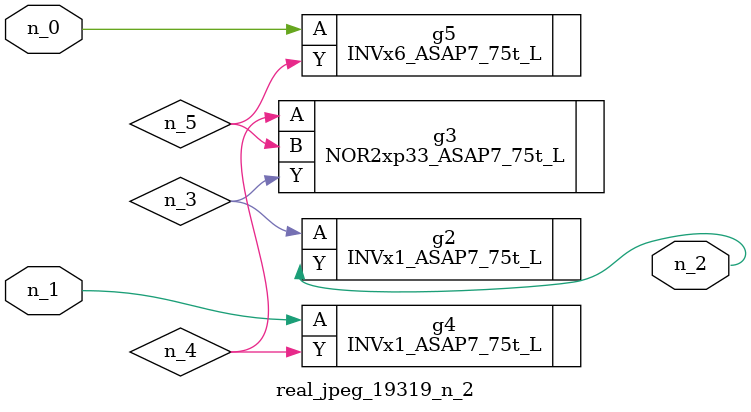
<source format=v>
module real_jpeg_19319_n_2 (n_1, n_0, n_2);

input n_1;
input n_0;

output n_2;

wire n_5;
wire n_4;
wire n_3;

INVx6_ASAP7_75t_L g5 ( 
.A(n_0),
.Y(n_5)
);

INVx1_ASAP7_75t_L g4 ( 
.A(n_1),
.Y(n_4)
);

INVx1_ASAP7_75t_L g2 ( 
.A(n_3),
.Y(n_2)
);

NOR2xp33_ASAP7_75t_L g3 ( 
.A(n_4),
.B(n_5),
.Y(n_3)
);


endmodule
</source>
